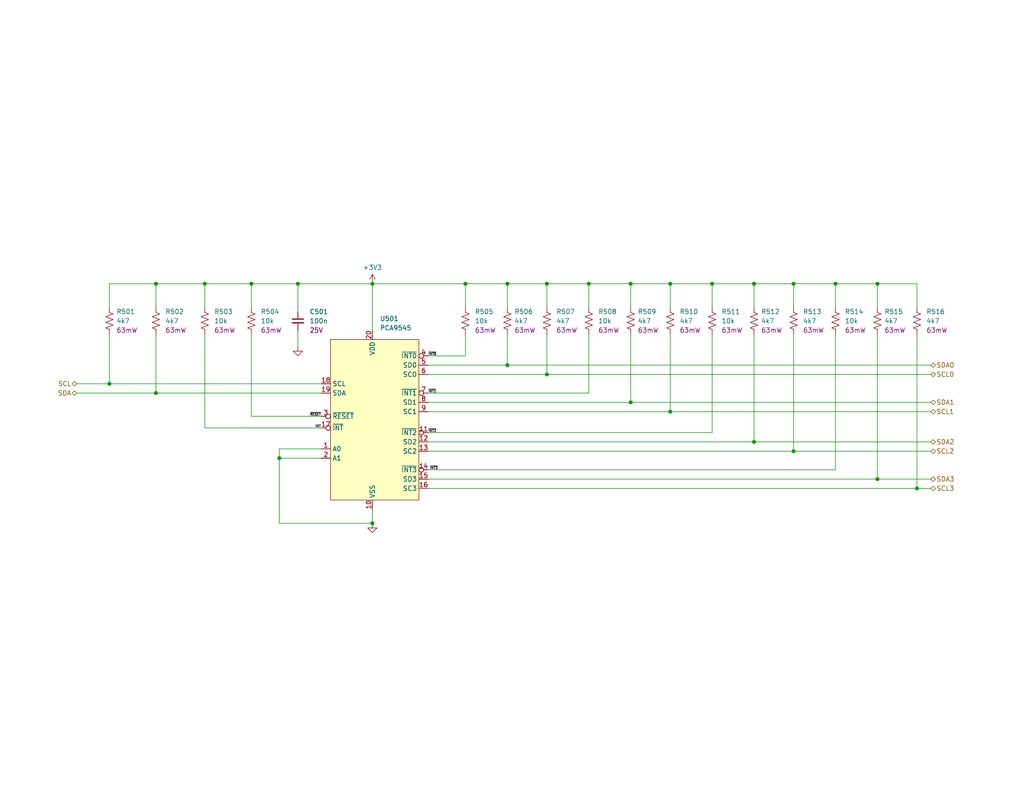
<source format=kicad_sch>
(kicad_sch (version 20211123) (generator eeschema)
  (paper "USLetter")
  (title_block (title "Starfish") (date "2022-10-14") (rev "v0") (company "Winterbloom") (comment 1 "Alethea Flowers") (comment 2 "CERN-OHL-S V2"))
  (lib_symbols
    (symbol "Device:C_Small" (pin_numbers hide) (pin_names (offset 0.254) hide)
      (property "Reference" "C" (at 0.254 1.778 0))
      (property "Value" "C_Small" (at 0.254 -2.032 0))
      (symbol "C_Small_0_1"
        (polyline (pts (xy -1.524 -0.508) (xy 1.524 -0.508)) (stroke (width 0.3302)))
        (polyline (pts (xy -1.524 0.508) (xy 1.524 0.508)) (stroke (width 0.3048)))
      )
      (symbol "C_Small_1_1"
        (pin passive line (at 0 2.54 270) (length 2.032) (name "~") (number "1"))
        (pin passive line (at 0 -2.54 90) (length 2.032) (name "~") (number "2"))
      )
    )
    (symbol "Device:R_US" (pin_numbers hide) (pin_names (offset 0))
      (property "Reference" "R" (at 2.54 0 90))
      (property "Value" "R_US" (at -2.54 0 90))
      (symbol "R_US_0_1"
        (polyline (pts (xy 0 -2.286) (xy 0 -2.54)))
        (polyline (pts (xy 0 2.286) (xy 0 2.54)))
        (polyline (pts (xy 0 -0.762) (xy 1.016 -1.143) (xy 0 -1.524) (xy -1.016 -1.905) (xy 0 -2.286)))
        (polyline (pts (xy 0 0.762) (xy 1.016 0.381) (xy 0 0) (xy -1.016 -0.381) (xy 0 -0.762)))
        (polyline (pts (xy 0 2.286) (xy 1.016 1.905) (xy 0 1.524) (xy -1.016 1.143) (xy 0 0.762)))
      )
      (symbol "R_US_1_1"
        (pin passive line (at 0 3.81 270) (length 1.27) (name "~") (number "1"))
        (pin passive line (at 0 -3.81 90) (length 1.27) (name "~") (number "2"))
      )
    )
    (symbol "power:+3V3" (power) (pin_names (offset 0))
      (property "Value" "+3V3" (at 0 3.556 0))
      (symbol "+3V3_0_1"
        (polyline (pts (xy -0.762 1.27) (xy 0 2.54)))
        (polyline (pts (xy 0 0) (xy 0 2.54)))
        (polyline (pts (xy 0 2.54) (xy 0.762 1.27)))
      )
      (symbol "+3V3_1_1"
        (pin power_in line (at 0 0 90) (length 0) hide (name "+3V3") (number "1"))
      )
    )
    (symbol "power:GND" (power) (pin_names (offset 0))
      (property "Value" "GND" (at 0 -3.81 0))
      (symbol "GND_0_1"
        (polyline (pts (xy 0 0) (xy 0 -1.27) (xy 1.27 -1.27) (xy 0 -2.54) (xy -1.27 -1.27) (xy 0 -1.27)))
      )
      (symbol "GND_1_1"
        (pin power_in line (at 0 0 270) (length 0) hide (name "GND") (number "1"))
      )
    )
    (symbol "winterbloom:PCA9545"
      (property "Reference" "U?" (at 2.0194 34.29 0))
      (property "Value" "PCA9545" (at 2.0194 31.75 0))
      (symbol "PCA9545_0_0"
        (pin input line (at -13.97 -7.62 0) (length 2.54) (name "A0") (number "1"))
        (pin power_in line (at 0 -24.13 90) (length 2.54) (name "VSS") (number "10"))
        (pin input inverted (at 15.24 -3.175 180) (length 2.54) (name "~{INT2}") (number "11"))
        (pin bidirectional line (at 15.24 -5.715 180) (length 2.54) (name "SD2") (number "12"))
        (pin bidirectional line (at 15.24 -8.255 180) (length 2.54) (name "SC2") (number "13"))
        (pin input inverted (at 15.24 -13.335 180) (length 2.54) (name "~{INT3}") (number "14"))
        (pin bidirectional line (at 15.24 -15.875 180) (length 2.54) (name "SD3") (number "15"))
        (pin bidirectional line (at 15.24 -18.415 180) (length 2.54) (name "SC3") (number "16"))
        (pin output inverted (at -13.97 -1.905 0) (length 2.54) (name "~{INT}") (number "17"))
        (pin bidirectional line (at -13.97 10.16 0) (length 2.54) (name "SCL") (number "18"))
        (pin bidirectional line (at -13.97 7.62 0) (length 2.54) (name "SDA") (number "19"))
        (pin input line (at -13.97 -10.16 0) (length 2.54) (name "A1") (number "2"))
        (pin power_in line (at 0 24.765 270) (length 2.54) (name "VDD") (number "20"))
        (pin input inverted (at -13.97 1.27 0) (length 2.54) (name "~{RESET}") (number "3"))
        (pin input inverted (at 15.24 17.78 180) (length 2.54) (name "~{INT0}") (number "4"))
        (pin bidirectional line (at 15.24 15.24 180) (length 2.54) (name "SD0") (number "5"))
        (pin bidirectional line (at 15.24 12.7 180) (length 2.54) (name "SC0") (number "6"))
        (pin input inverted (at 15.24 7.62 180) (length 2.54) (name "~{INT1}") (number "7"))
        (pin bidirectional line (at 15.24 5.08 180) (length 2.54) (name "SD1") (number "8"))
        (pin bidirectional line (at 15.24 2.54 180) (length 2.54) (name "SC1") (number "9"))
      )
      (symbol "PCA9545_0_1"
        (rectangle (start -11.43 22.225) (end 12.7 -21.59) (fill (type background)))
      )
    )
  )
  (junction (at 42.545 107.315))
  (junction (at 29.845 104.775))
  (junction (at 81.28 77.47))
  (junction (at 68.58 77.47))
  (junction (at 101.6 77.47))
  (junction (at 205.74 120.65))
  (junction (at 42.545 77.47))
  (junction (at 172.085 77.47))
  (junction (at 160.655 77.47))
  (junction (at 149.225 77.47))
  (junction (at 138.43 99.695))
  (junction (at 250.19 133.35))
  (junction (at 182.88 77.47))
  (junction (at 55.88 77.47))
  (junction (at 216.535 123.19))
  (junction (at 76.2 125.095))
  (junction (at 227.965 77.47))
  (junction (at 182.88 112.395))
  (junction (at 138.43 77.47))
  (junction (at 239.395 77.47))
  (junction (at 101.6 142.875))
  (junction (at 194.31 77.47))
  (junction (at 239.395 130.81))
  (junction (at 172.085 109.855))
  (junction (at 216.535 77.47))
  (junction (at 127 77.47))
  (junction (at 205.74 77.47))
  (junction (at 149.225 102.235))
  (wire (pts (xy 116.84 130.81) (xy 239.395 130.81)))
  (wire (pts (xy 42.545 91.44) (xy 42.545 107.315)))
  (wire (pts (xy 42.545 83.82) (xy 42.545 77.47)))
  (wire (pts (xy 239.395 130.81) (xy 254 130.81)))
  (wire (pts (xy 101.6 77.47) (xy 127 77.47)))
  (wire (pts (xy 87.63 116.84) (xy 55.88 116.84)))
  (wire (pts (xy 127 77.47) (xy 127 83.82)))
  (wire (pts (xy 76.2 125.095) (xy 76.2 142.875)))
  (wire (pts (xy 116.84 112.395) (xy 182.88 112.395)))
  (wire (pts (xy 76.2 122.555) (xy 76.2 125.095)))
  (wire (pts (xy 205.74 77.47) (xy 205.74 83.82)))
  (wire (pts (xy 250.19 133.35) (xy 254 133.35)))
  (wire (pts (xy 116.84 128.27) (xy 227.965 128.27)))
  (wire (pts (xy 138.43 99.695) (xy 254 99.695)))
  (wire (pts (xy 116.84 102.235) (xy 149.225 102.235)))
  (wire (pts (xy 55.88 91.44) (xy 55.88 116.84)))
  (wire (pts (xy 227.965 77.47) (xy 239.395 77.47)))
  (wire (pts (xy 116.84 133.35) (xy 250.19 133.35)))
  (wire (pts (xy 42.545 77.47) (xy 55.88 77.47)))
  (wire (pts (xy 216.535 77.47) (xy 227.965 77.47)))
  (wire (pts (xy 205.74 120.65) (xy 254 120.65)))
  (wire (pts (xy 182.88 83.82) (xy 182.88 77.47)))
  (wire (pts (xy 149.225 83.82) (xy 149.225 77.47)))
  (wire (pts (xy 42.545 77.47) (xy 29.845 77.47)))
  (wire (pts (xy 194.31 77.47) (xy 194.31 83.82)))
  (wire (pts (xy 182.88 77.47) (xy 194.31 77.47)))
  (wire (pts (xy 55.88 77.47) (xy 55.88 83.82)))
  (wire (pts (xy 172.085 77.47) (xy 172.085 83.82)))
  (wire (pts (xy 68.58 77.47) (xy 68.58 83.82)))
  (wire (pts (xy 127 97.155) (xy 116.84 97.155)))
  (wire (pts (xy 29.845 91.44) (xy 29.845 104.775)))
  (wire (pts (xy 127 77.47) (xy 138.43 77.47)))
  (wire (pts (xy 194.31 77.47) (xy 205.74 77.47)))
  (wire (pts (xy 250.19 83.82) (xy 250.19 77.47)))
  (wire (pts (xy 76.2 125.095) (xy 87.63 125.095)))
  (wire (pts (xy 29.845 77.47) (xy 29.845 83.82)))
  (wire (pts (xy 87.63 113.665) (xy 68.58 113.665)))
  (wire (pts (xy 81.28 77.47) (xy 81.28 85.09)))
  (wire (pts (xy 116.84 107.315) (xy 160.655 107.315)))
  (wire (pts (xy 227.965 128.27) (xy 227.965 91.44)))
  (wire (pts (xy 216.535 123.19) (xy 216.535 91.44)))
  (wire (pts (xy 138.43 99.695) (xy 138.43 91.44)))
  (wire (pts (xy 205.74 120.65) (xy 205.74 91.44)))
  (wire (pts (xy 250.19 133.35) (xy 250.19 91.44)))
  (wire (pts (xy 149.225 102.235) (xy 149.225 91.44)))
  (wire (pts (xy 116.84 118.11) (xy 194.31 118.11)))
  (wire (pts (xy 216.535 83.82) (xy 216.535 77.47)))
  (wire (pts (xy 216.535 123.19) (xy 254 123.19)))
  (wire (pts (xy 239.395 77.47) (xy 250.19 77.47)))
  (wire (pts (xy 160.655 77.47) (xy 172.085 77.47)))
  (wire (pts (xy 68.58 77.47) (xy 81.28 77.47)))
  (wire (pts (xy 138.43 77.47) (xy 149.225 77.47)))
  (wire (pts (xy 55.88 77.47) (xy 68.58 77.47)))
  (wire (pts (xy 29.845 104.775) (xy 87.63 104.775)))
  (wire (pts (xy 116.84 120.65) (xy 205.74 120.65)))
  (wire (pts (xy 172.085 109.855) (xy 172.085 91.44)))
  (wire (pts (xy 116.84 99.695) (xy 138.43 99.695)))
  (wire (pts (xy 182.88 112.395) (xy 182.88 91.44)))
  (wire (pts (xy 20.955 104.775) (xy 29.845 104.775)))
  (wire (pts (xy 68.58 113.665) (xy 68.58 91.44)))
  (wire (pts (xy 101.6 139.065) (xy 101.6 142.875)))
  (wire (pts (xy 149.225 77.47) (xy 160.655 77.47)))
  (wire (pts (xy 182.88 112.395) (xy 254 112.395)))
  (wire (pts (xy 81.28 77.47) (xy 101.6 77.47)))
  (wire (pts (xy 116.84 109.855) (xy 172.085 109.855)))
  (wire (pts (xy 76.2 142.875) (xy 101.6 142.875)))
  (wire (pts (xy 127 91.44) (xy 127 97.155)))
  (wire (pts (xy 239.395 77.47) (xy 239.395 83.82)))
  (wire (pts (xy 138.43 77.47) (xy 138.43 83.82)))
  (wire (pts (xy 172.085 109.855) (xy 254 109.855)))
  (wire (pts (xy 160.655 91.44) (xy 160.655 107.315)))
  (wire (pts (xy 116.84 123.19) (xy 216.535 123.19)))
  (wire (pts (xy 149.225 102.235) (xy 254 102.235)))
  (wire (pts (xy 239.395 130.81) (xy 239.395 91.44)))
  (wire (pts (xy 42.545 107.315) (xy 87.63 107.315)))
  (wire (pts (xy 172.085 77.47) (xy 182.88 77.47)))
  (wire (pts (xy 194.31 91.44) (xy 194.31 118.11)))
  (wire (pts (xy 205.74 77.47) (xy 216.535 77.47)))
  (wire (pts (xy 81.28 90.17) (xy 81.28 94.615)))
  (wire (pts (xy 160.655 77.47) (xy 160.655 83.82)))
  (wire (pts (xy 76.2 122.555) (xy 87.63 122.555)))
  (wire (pts (xy 101.6 77.47) (xy 101.6 90.17)))
  (wire (pts (xy 20.955 107.315) (xy 42.545 107.315)))
  (wire (pts (xy 227.965 77.47) (xy 227.965 83.82)))
  (label "~{RESET}" (at 87.63 113.665 180) (effects (font (size 0.64 0.64))))
  (label "~{INT2}" (at 116.84 118.11 0) (effects (font (size 0.64 0.64))))
  (label "~{INT3}" (at 117.2422 128.27 0) (effects (font (size 0.64 0.64))))
  (label "~{INT0}" (at 116.84 97.155 0) (effects (font (size 0.64 0.64))))
  (label "INT" (at 87.63 116.84 180) (effects (font (size 0.64 0.64))))
  (label "~{INT1}" (at 116.84 107.315 0) (effects (font (size 0.64 0.64))))
  (hierarchical_label "SCL2" (shape bidirectional) (at 254 123.19 0))
  (hierarchical_label "SDA2" (shape bidirectional) (at 254 120.65 0))
  (hierarchical_label "SCL1" (shape bidirectional) (at 254 112.395 0))
  (hierarchical_label "SCL3" (shape bidirectional) (at 254 133.35 0))
  (hierarchical_label "SDA0" (shape bidirectional) (at 254 99.695 0))
  (hierarchical_label "SCL0" (shape bidirectional) (at 254 102.235 0))
  (hierarchical_label "SCL" (shape bidirectional) (at 20.955 104.775 180))
  (hierarchical_label "SDA" (shape bidirectional) (at 20.955 107.315 180))
  (hierarchical_label "SDA1" (shape bidirectional) (at 254 109.855 0))
  (hierarchical_label "SDA3" (shape bidirectional) (at 254 130.81 0))
  (symbol (lib_id "Device:R_US") (at 239.395 87.63 0) (unit 1)
    (property "Reference" "R515" (at 241.3 85.0899 0) (effects (justify left)))
    (property "Value" "4k7" (at 241.3 87.6299 0) (effects (justify left)))
    (property "Footprint" "winterbloom:R_0402_HandSolder" (effects hide))
    (property "Rating" "63mW" (at 241.3 90.1699 0) (effects (justify left)))
    (property "mpn" "CRGCQ0402J4K7" (effects hide))
  )
  (symbol (lib_id "Device:R_US") (at 68.58 87.63 0) (unit 1)
    (property "Reference" "R504" (at 71.12 85.0899 0) (effects (justify left)))
    (property "Value" "10k" (at 71.12 87.6299 0) (effects (justify left)))
    (property "Footprint" "winterbloom:R_0402_HandSolder" (effects hide))
    (property "Rating" "63mW" (at 71.12 90.1699 0) (effects (justify left)))
    (property "mpn" "RC0402JR-0710KL" (effects hide))
  )
  (symbol (lib_id "Device:C_Small") (at 81.28 87.63 0) (unit 1)
    (property "Reference" "C501" (at 84.455 85.0962 0) (effects (justify left)))
    (property "Value" "100n" (at 84.455 87.6362 0) (effects (justify left)))
    (property "Footprint" "winterbloom:C_0402_HandSolder" (effects hide))
    (property "Rating" "25V" (at 84.455 90.1762 0) (effects (justify left)))
    (property "mpn" "CL05A104KA5NNNC" (effects hide))
  )
  (symbol (lib_id "Device:R_US") (at 227.965 87.63 0) (unit 1)
    (property "Reference" "R514" (at 230.505 85.0899 0) (effects (justify left)))
    (property "Value" "10k" (at 230.505 87.6299 0) (effects (justify left)))
    (property "Footprint" "winterbloom:R_0402_HandSolder" (effects hide))
    (property "Rating" "63mW" (at 230.505 90.1699 0) (effects (justify left)))
    (property "mpn" "RC0402JR-0710KL" (effects hide))
  )
  (symbol (lib_id "Device:R_US") (at 42.545 87.63 0) (unit 1)
    (property "Reference" "R502" (at 45.085 85.0899 0) (effects (justify left)))
    (property "Value" "4k7" (at 45.085 87.6299 0) (effects (justify left)))
    (property "Footprint" "winterbloom:R_0402_HandSolder" (effects hide))
    (property "Rating" "63mW" (at 45.085 90.1699 0) (effects (justify left)))
    (property "mpn" "CRGCQ0402J4K7" (effects hide))
  )
  (symbol (lib_id "power:GND") (at 101.6 142.875 0) (unit 1)
    (property "Reference" "#PWR0503" (effects hide))
    (property "Value" "GND" (effects hide))
  )
  (symbol (lib_id "Device:R_US") (at 138.43 87.63 0) (unit 1)
    (property "Reference" "R506" (at 140.335 85.0899 0) (effects (justify left)))
    (property "Value" "4k7" (at 140.335 87.6299 0) (effects (justify left)))
    (property "Footprint" "winterbloom:R_0402_HandSolder" (effects hide))
    (property "Rating" "63mW" (at 140.335 90.1699 0) (effects (justify left)))
    (property "mpn" "CRGCQ0402J4K7" (effects hide))
  )
  (symbol (lib_id "Device:R_US") (at 149.225 87.63 0) (unit 1)
    (property "Reference" "R507" (at 151.765 85.0899 0) (effects (justify left)))
    (property "Value" "4k7" (at 151.765 87.6299 0) (effects (justify left)))
    (property "Footprint" "winterbloom:R_0402_HandSolder" (effects hide))
    (property "Rating" "63mW" (at 151.765 90.1699 0) (effects (justify left)))
    (property "mpn" "CRGCQ0402J4K7" (effects hide))
  )
  (symbol (lib_id "winterbloom:PCA9545") (at 101.6 114.935 0) (unit 1)
    (property "Reference" "U501" (at 103.6194 86.995 0) (effects (justify left)))
    (property "Value" "PCA9545" (at 103.6194 89.535 0) (effects (justify left)))
    (property "Footprint" "Package_SO:TSSOP-20_4.4x6.5mm_P0.65mm" (effects hide))
    (property "Datasheet" "https://www.nxp.com/docs/en/data-sheet/PCA9545A_45B_45C.pdf" (effects hide))
    (property "mpn" "PCA9545APW, PCA9545BPW, PCA9545CPW" (effects hide))
  )
  (symbol (lib_id "Device:R_US") (at 216.535 87.63 0) (unit 1)
    (property "Reference" "R513" (at 219.075 85.0899 0) (effects (justify left)))
    (property "Value" "4k7" (at 219.075 87.6299 0) (effects (justify left)))
    (property "Footprint" "winterbloom:R_0402_HandSolder" (effects hide))
    (property "Rating" "63mW" (at 219.075 90.1699 0) (effects (justify left)))
    (property "mpn" "CRGCQ0402J4K7" (effects hide))
  )
  (symbol (lib_id "Device:R_US") (at 172.085 87.63 0) (unit 1)
    (property "Reference" "R509" (at 173.99 85.0899 0) (effects (justify left)))
    (property "Value" "4k7" (at 173.99 87.6299 0) (effects (justify left)))
    (property "Footprint" "winterbloom:R_0402_HandSolder" (effects hide))
    (property "Rating" "63mW" (at 173.99 90.1699 0) (effects (justify left)))
    (property "mpn" "CRGCQ0402J4K7" (effects hide))
  )
  (symbol (lib_id "Device:R_US") (at 55.88 87.63 0) (unit 1)
    (property "Reference" "R503" (at 58.42 85.0899 0) (effects (justify left)))
    (property "Value" "10k" (at 58.42 87.6299 0) (effects (justify left)))
    (property "Footprint" "winterbloom:R_0402_HandSolder" (effects hide))
    (property "Rating" "63mW" (at 58.42 90.1699 0) (effects (justify left)))
    (property "mpn" "RC0402JR-0710KL" (effects hide))
  )
  (symbol (lib_id "Device:R_US") (at 182.88 87.63 0) (unit 1)
    (property "Reference" "R510" (at 185.42 85.0899 0) (effects (justify left)))
    (property "Value" "4k7" (at 185.42 87.6299 0) (effects (justify left)))
    (property "Footprint" "winterbloom:R_0402_HandSolder" (effects hide))
    (property "Rating" "63mW" (at 185.42 90.1699 0) (effects (justify left)))
    (property "mpn" "CRGCQ0402J4K7" (effects hide))
  )
  (symbol (lib_id "power:+3V3") (at 101.6 77.47 0) (unit 1)
    (property "Reference" "#PWR0502" (effects hide))
    (property "Value" "+3V3" (at 101.6 73.025 0))
  )
  (symbol (lib_id "Device:R_US") (at 194.31 87.63 0) (unit 1)
    (property "Reference" "R511" (at 196.85 85.0899 0) (effects (justify left)))
    (property "Value" "10k" (at 196.85 87.6299 0) (effects (justify left)))
    (property "Footprint" "winterbloom:R_0402_HandSolder" (effects hide))
    (property "Rating" "63mW" (at 196.85 90.1699 0) (effects (justify left)))
    (property "mpn" "RC0402JR-0710KL" (effects hide))
  )
  (symbol (lib_id "power:GND") (at 81.28 94.615 0) (unit 1)
    (property "Reference" "#PWR0501" (effects hide))
    (property "Value" "GND" (effects hide))
  )
  (symbol (lib_id "Device:R_US") (at 127 87.63 0) (unit 1)
    (property "Reference" "R505" (at 129.54 85.0899 0) (effects (justify left)))
    (property "Value" "10k" (at 129.54 87.6299 0) (effects (justify left)))
    (property "Footprint" "winterbloom:R_0402_HandSolder" (effects hide))
    (property "Rating" "63mW" (at 129.54 90.1699 0) (effects (justify left)))
    (property "mpn" "RC0402JR-0710KL" (effects hide))
  )
  (symbol (lib_id "Device:R_US") (at 29.845 87.63 0) (unit 1)
    (property "Reference" "R501" (at 31.75 85.0899 0) (effects (justify left)))
    (property "Value" "4k7" (at 31.75 87.6299 0) (effects (justify left)))
    (property "Footprint" "winterbloom:R_0402_HandSolder" (effects hide))
    (property "Rating" "63mW" (at 31.75 90.1699 0) (effects (justify left)))
    (property "mpn" "CRGCQ0402J4K7" (effects hide))
  )
  (symbol (lib_id "Device:R_US") (at 250.19 87.63 0) (unit 1)
    (property "Reference" "R516" (at 252.73 85.0899 0) (effects (justify left)))
    (property "Value" "4k7" (at 252.73 87.6299 0) (effects (justify left)))
    (property "Footprint" "winterbloom:R_0402_HandSolder" (effects hide))
    (property "Rating" "63mW" (at 252.73 90.1699 0) (effects (justify left)))
    (property "mpn" "CRGCQ0402J4K7" (effects hide))
  )
  (symbol (lib_id "Device:R_US") (at 160.655 87.63 0) (unit 1)
    (property "Reference" "R508" (at 163.195 85.0899 0) (effects (justify left)))
    (property "Value" "10k" (at 163.195 87.6299 0) (effects (justify left)))
    (property "Footprint" "winterbloom:R_0402_HandSolder" (effects hide))
    (property "Rating" "63mW" (at 163.195 90.1699 0) (effects (justify left)))
    (property "mpn" "RC0402JR-0710KL" (effects hide))
  )
  (symbol (lib_id "Device:R_US") (at 205.74 87.63 0) (unit 1)
    (property "Reference" "R512" (at 207.645 85.0899 0) (effects (justify left)))
    (property "Value" "4k7" (at 207.645 87.6299 0) (effects (justify left)))
    (property "Footprint" "winterbloom:R_0402_HandSolder" (effects hide))
    (property "Rating" "63mW" (at 207.645 90.1699 0) (effects (justify left)))
    (property "mpn" "CRGCQ0402J4K7" (effects hide))
  )
)
</source>
